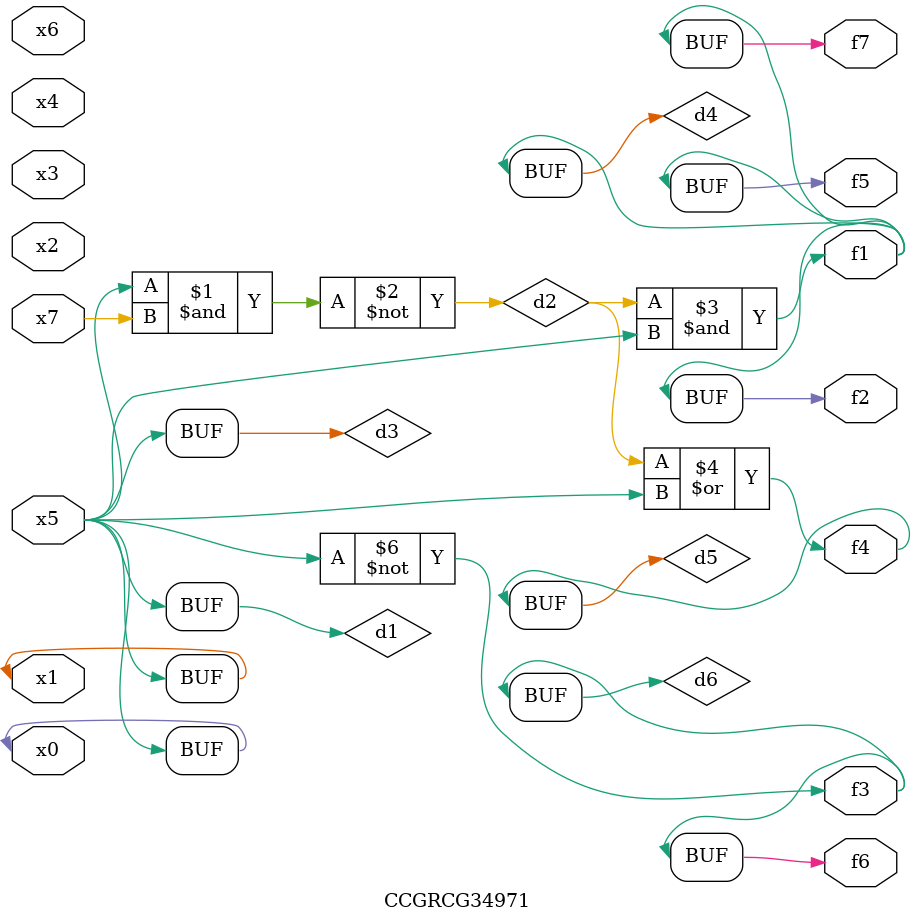
<source format=v>
module CCGRCG34971(
	input x0, x1, x2, x3, x4, x5, x6, x7,
	output f1, f2, f3, f4, f5, f6, f7
);

	wire d1, d2, d3, d4, d5, d6;

	buf (d1, x0, x5);
	nand (d2, x5, x7);
	buf (d3, x0, x1);
	and (d4, d2, d3);
	or (d5, d2, d3);
	nor (d6, d1, d3);
	assign f1 = d4;
	assign f2 = d4;
	assign f3 = d6;
	assign f4 = d5;
	assign f5 = d4;
	assign f6 = d6;
	assign f7 = d4;
endmodule

</source>
